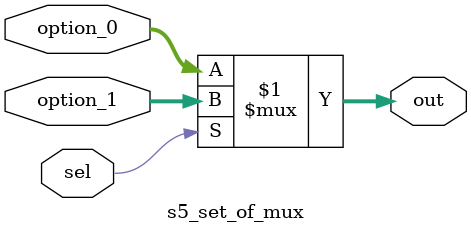
<source format=v>
module s5_set_of_mux(option_0,option_1,out, sel);
	parameter N = 4;
  input [N:0] option_0,option_1;
input sel;
  output [N:0] out;
assign out= sel? option_1 : option_0 ;
endmodule

</source>
